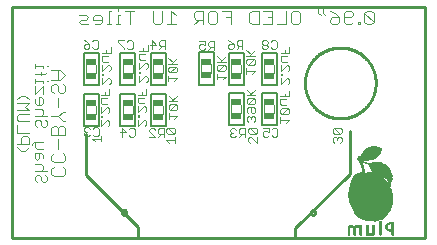
<source format=gbo>
G04 EAGLE Gerber RS-274X export*
G75*
%MOMM*%
%FSLAX34Y34*%
%LPD*%
%INSilkscreen Bottom*%
%IPPOS*%
%AMOC8*
5,1,8,0,0,1.08239X$1,22.5*%
G01*
%ADD10C,0.101600*%
%ADD11C,0.254000*%
%ADD12C,0.076200*%
%ADD13C,0.127000*%
%ADD14R,0.950000X0.500100*%
%ADD15C,0.254000*%

G36*
X307515Y13577D02*
X307515Y13577D01*
X307531Y13580D01*
X307547Y13578D01*
X307708Y13618D01*
X308141Y13806D01*
X308618Y13900D01*
X309157Y13972D01*
X309184Y13981D01*
X309221Y13985D01*
X311361Y14561D01*
X311379Y14570D01*
X311406Y14575D01*
X312436Y14960D01*
X312438Y14962D01*
X312442Y14963D01*
X312949Y15160D01*
X312972Y15175D01*
X313005Y15186D01*
X313959Y15700D01*
X313975Y15714D01*
X313999Y15725D01*
X314466Y16036D01*
X314478Y16048D01*
X314497Y16059D01*
X314938Y16404D01*
X314950Y16418D01*
X314970Y16431D01*
X315374Y16806D01*
X315795Y17160D01*
X315809Y17176D01*
X315831Y17192D01*
X316225Y17595D01*
X316230Y17603D01*
X316239Y17609D01*
X317375Y18863D01*
X317383Y18876D01*
X317397Y18889D01*
X318445Y20217D01*
X318450Y20228D01*
X318461Y20238D01*
X319439Y21619D01*
X319444Y21631D01*
X319455Y21643D01*
X320050Y22597D01*
X320054Y22608D01*
X320064Y22620D01*
X320609Y23605D01*
X320612Y23615D01*
X320619Y23625D01*
X321117Y24632D01*
X321119Y24640D01*
X321125Y24649D01*
X321355Y25161D01*
X321358Y25177D01*
X321369Y25196D01*
X321560Y25726D01*
X321561Y25731D01*
X321564Y25736D01*
X321743Y26270D01*
X321745Y26281D01*
X321751Y26293D01*
X322056Y27367D01*
X322058Y27402D01*
X322071Y27448D01*
X322131Y27980D01*
X322246Y28495D01*
X322246Y28506D01*
X322250Y28517D01*
X322444Y29628D01*
X322443Y29645D01*
X322449Y29665D01*
X322558Y30788D01*
X322558Y30796D01*
X322560Y30805D01*
X322595Y31368D01*
X322594Y31378D01*
X322596Y31390D01*
X322618Y32518D01*
X322616Y32525D01*
X322618Y32533D01*
X322604Y33662D01*
X322603Y33665D01*
X322604Y33669D01*
X322580Y34556D01*
X322574Y34797D01*
X322572Y34805D01*
X322573Y34815D01*
X322538Y35378D01*
X322532Y35400D01*
X322532Y35430D01*
X322442Y35959D01*
X322408Y36495D01*
X322399Y36527D01*
X322397Y36572D01*
X322281Y37088D01*
X322229Y37617D01*
X322220Y37647D01*
X322216Y37688D01*
X321957Y38741D01*
X321874Y39272D01*
X321864Y39299D01*
X321859Y39336D01*
X321546Y40405D01*
X321542Y40413D01*
X321541Y40423D01*
X321011Y42004D01*
X321003Y42017D01*
X320999Y42036D01*
X320476Y43300D01*
X320614Y43447D01*
X320638Y43485D01*
X320685Y43543D01*
X320960Y44027D01*
X320973Y44067D01*
X321003Y44128D01*
X321166Y44662D01*
X321169Y44699D01*
X321188Y44810D01*
X321185Y45373D01*
X321180Y45397D01*
X321181Y45429D01*
X321125Y45910D01*
X321212Y46356D01*
X321371Y46869D01*
X321375Y46912D01*
X321392Y46981D01*
X321418Y47361D01*
X321636Y47592D01*
X321655Y47622D01*
X321682Y47647D01*
X321718Y47722D01*
X321741Y47760D01*
X321744Y47778D01*
X321753Y47797D01*
X321904Y48327D01*
X321906Y48356D01*
X321918Y48394D01*
X321982Y48851D01*
X322016Y48867D01*
X322017Y48868D01*
X322083Y48941D01*
X322149Y49014D01*
X322149Y49015D01*
X322150Y49016D01*
X322152Y49022D01*
X322209Y49170D01*
X322317Y49707D01*
X322317Y49714D01*
X322320Y49720D01*
X322321Y49887D01*
X322229Y50443D01*
X322223Y50460D01*
X322222Y50481D01*
X322108Y50945D01*
X322144Y51317D01*
X322347Y51709D01*
X322368Y51785D01*
X322396Y51858D01*
X322395Y51882D01*
X322401Y51900D01*
X322395Y51945D01*
X322394Y52025D01*
X322297Y52579D01*
X322288Y52600D01*
X322285Y52628D01*
X322002Y53622D01*
X322048Y54056D01*
X322044Y54090D01*
X322050Y54124D01*
X322033Y54210D01*
X322029Y54254D01*
X322021Y54268D01*
X322017Y54287D01*
X321822Y54794D01*
X321802Y54827D01*
X321800Y54832D01*
X321796Y54846D01*
X321790Y54854D01*
X321780Y54879D01*
X321203Y55803D01*
X321049Y56168D01*
X321088Y56603D01*
X321085Y56630D01*
X321088Y56650D01*
X321078Y56692D01*
X321078Y56693D01*
X321072Y56783D01*
X321067Y56793D01*
X321066Y56801D01*
X321047Y56835D01*
X321000Y56934D01*
X320680Y57394D01*
X320663Y57410D01*
X320648Y57435D01*
X319946Y58248D01*
X319732Y58646D01*
X319552Y59130D01*
X319541Y59147D01*
X319537Y59166D01*
X319458Y59281D01*
X319447Y59299D01*
X319445Y59301D01*
X319443Y59304D01*
X319051Y59709D01*
X319037Y59718D01*
X319025Y59734D01*
X318605Y60111D01*
X318581Y60125D01*
X318554Y60151D01*
X318111Y60456D01*
X317709Y60791D01*
X317385Y61102D01*
X317197Y61522D01*
X317169Y61561D01*
X317150Y61605D01*
X317106Y61650D01*
X317082Y61684D01*
X317058Y61698D01*
X317033Y61724D01*
X316593Y62041D01*
X316555Y62058D01*
X316501Y62093D01*
X315984Y62320D01*
X315958Y62325D01*
X315927Y62341D01*
X315415Y62494D01*
X314920Y62703D01*
X314908Y62705D01*
X314894Y62713D01*
X314502Y62854D01*
X314259Y63160D01*
X314247Y63170D01*
X314236Y63187D01*
X313863Y63593D01*
X313843Y63608D01*
X313828Y63628D01*
X313733Y63687D01*
X313702Y63710D01*
X313695Y63711D01*
X313687Y63716D01*
X313177Y63928D01*
X313140Y63935D01*
X313089Y63955D01*
X312536Y64072D01*
X312519Y64072D01*
X312499Y64078D01*
X311379Y64226D01*
X311362Y64225D01*
X311340Y64230D01*
X310212Y64289D01*
X310203Y64287D01*
X310192Y64289D01*
X309062Y64303D01*
X309054Y64302D01*
X309044Y64303D01*
X308479Y64289D01*
X308466Y64286D01*
X308449Y64288D01*
X307992Y64249D01*
X307573Y64394D01*
X307530Y64400D01*
X307490Y64415D01*
X307419Y64415D01*
X307376Y64421D01*
X307354Y64415D01*
X307323Y64414D01*
X306770Y64318D01*
X306732Y64303D01*
X306672Y64290D01*
X306174Y64092D01*
X305664Y63945D01*
X305646Y63935D01*
X305620Y63929D01*
X305101Y63725D01*
X305087Y63716D01*
X305067Y63710D01*
X304572Y63471D01*
X303658Y63084D01*
X303553Y63039D01*
X303544Y63033D01*
X303532Y63030D01*
X303203Y62872D01*
X302333Y63116D01*
X301852Y63273D01*
X301358Y63471D01*
X301344Y63474D01*
X301329Y63482D01*
X300938Y63612D01*
X300864Y63621D01*
X300851Y63624D01*
X300775Y63680D01*
X300398Y63870D01*
X300355Y63881D01*
X300286Y63910D01*
X299800Y64023D01*
X298867Y64454D01*
X298848Y64459D01*
X298826Y64471D01*
X297842Y64824D01*
X297386Y65061D01*
X297359Y65068D01*
X297326Y65087D01*
X296822Y65269D01*
X296785Y65275D01*
X296675Y65299D01*
X296644Y65300D01*
X296432Y65500D01*
X296861Y65290D01*
X296890Y65282D01*
X296925Y65264D01*
X297460Y65088D01*
X297471Y65086D01*
X297484Y65081D01*
X298028Y64931D01*
X298044Y64930D01*
X298064Y64923D01*
X298617Y64813D01*
X298641Y64814D01*
X298671Y64806D01*
X299234Y64758D01*
X299255Y64760D01*
X299282Y64756D01*
X299845Y64763D01*
X299876Y64770D01*
X299908Y64768D01*
X299997Y64796D01*
X300040Y64805D01*
X300051Y64813D01*
X300067Y64818D01*
X300474Y65027D01*
X302062Y65143D01*
X302123Y65160D01*
X302186Y65168D01*
X302223Y65188D01*
X302253Y65197D01*
X302283Y65221D01*
X302332Y65247D01*
X302605Y65460D01*
X303014Y65539D01*
X304673Y65667D01*
X304691Y65672D01*
X304709Y65671D01*
X304852Y65718D01*
X304865Y65722D01*
X304866Y65722D01*
X304867Y65723D01*
X305310Y65956D01*
X305774Y66096D01*
X306299Y66186D01*
X306341Y66202D01*
X306385Y66209D01*
X306444Y66242D01*
X306484Y66258D01*
X306502Y66275D01*
X306530Y66291D01*
X306865Y66563D01*
X307291Y66643D01*
X307296Y66645D01*
X307302Y66645D01*
X307457Y66705D01*
X308402Y67272D01*
X308434Y67302D01*
X308508Y67358D01*
X308855Y67726D01*
X309264Y68035D01*
X309267Y68039D01*
X309271Y68041D01*
X309383Y68164D01*
X309613Y68521D01*
X309991Y68774D01*
X310006Y68789D01*
X310029Y68802D01*
X310454Y69149D01*
X310479Y69179D01*
X310553Y69259D01*
X310818Y69655D01*
X311150Y69958D01*
X311156Y69967D01*
X311162Y69971D01*
X311173Y69987D01*
X311194Y70004D01*
X311241Y70083D01*
X311267Y70119D01*
X311271Y70132D01*
X311279Y70147D01*
X311414Y70495D01*
X311749Y70750D01*
X311766Y70769D01*
X311788Y70782D01*
X311855Y70870D01*
X311880Y70899D01*
X311883Y70907D01*
X311889Y70914D01*
X312136Y71383D01*
X312437Y71816D01*
X312474Y71902D01*
X312513Y71986D01*
X312513Y71994D01*
X312515Y71999D01*
X312516Y72033D01*
X312523Y72152D01*
X312489Y72485D01*
X312711Y72777D01*
X312717Y72789D01*
X312726Y72799D01*
X312795Y72950D01*
X312921Y73421D01*
X313151Y73823D01*
X313453Y74274D01*
X313469Y74314D01*
X313505Y74375D01*
X313700Y74890D01*
X313710Y74956D01*
X313730Y75021D01*
X313726Y75054D01*
X313731Y75086D01*
X313715Y75152D01*
X313708Y75219D01*
X313691Y75252D01*
X313684Y75279D01*
X313660Y75312D01*
X313631Y75367D01*
X313319Y75782D01*
X313256Y75837D01*
X313197Y75897D01*
X313181Y75904D01*
X313170Y75913D01*
X313128Y75928D01*
X313045Y75965D01*
X312592Y76082D01*
X312234Y76316D01*
X312224Y76320D01*
X312216Y76327D01*
X312061Y76388D01*
X311563Y76490D01*
X311518Y76490D01*
X311440Y76500D01*
X311175Y76488D01*
X311049Y76692D01*
X311045Y76697D01*
X311042Y76704D01*
X310978Y76769D01*
X310914Y76837D01*
X310907Y76840D01*
X310902Y76845D01*
X310817Y76880D01*
X310732Y76918D01*
X310725Y76918D01*
X310718Y76921D01*
X310552Y76924D01*
X310104Y76859D01*
X309733Y76952D01*
X309344Y77135D01*
X309310Y77143D01*
X309280Y77159D01*
X309194Y77171D01*
X309151Y77182D01*
X309135Y77179D01*
X309115Y77182D01*
X308746Y77170D01*
X308505Y77372D01*
X308428Y77414D01*
X308353Y77459D01*
X308340Y77462D01*
X308330Y77467D01*
X308288Y77471D01*
X308189Y77489D01*
X307625Y77494D01*
X307613Y77492D01*
X307598Y77494D01*
X307034Y77469D01*
X307012Y77464D01*
X306982Y77464D01*
X306509Y77393D01*
X306046Y77481D01*
X306024Y77480D01*
X305996Y77487D01*
X305447Y77533D01*
X305403Y77528D01*
X305318Y77527D01*
X304764Y77428D01*
X304725Y77412D01*
X304663Y77398D01*
X304177Y77199D01*
X303725Y77069D01*
X303247Y77024D01*
X303215Y77015D01*
X303169Y77011D01*
X302638Y76874D01*
X302598Y76855D01*
X302513Y76824D01*
X302099Y76585D01*
X301633Y76468D01*
X301583Y76444D01*
X301530Y76430D01*
X301488Y76398D01*
X301454Y76382D01*
X301432Y76358D01*
X301396Y76331D01*
X301090Y76016D01*
X300691Y75884D01*
X300654Y75862D01*
X300590Y75837D01*
X300154Y75575D01*
X299680Y75411D01*
X299626Y75378D01*
X299567Y75354D01*
X299536Y75325D01*
X299509Y75309D01*
X299486Y75278D01*
X299446Y75240D01*
X299109Y74794D01*
X299105Y74786D01*
X299098Y74779D01*
X298477Y73891D01*
X298185Y73578D01*
X297768Y73383D01*
X297751Y73371D01*
X297731Y73364D01*
X297630Y73281D01*
X297608Y73265D01*
X297606Y73262D01*
X297603Y73259D01*
X297234Y72835D01*
X297224Y72817D01*
X297205Y72799D01*
X296598Y71955D01*
X296227Y71704D01*
X296201Y71678D01*
X296170Y71659D01*
X296119Y71594D01*
X296088Y71562D01*
X296081Y71545D01*
X296068Y71528D01*
X295800Y71033D01*
X295792Y71008D01*
X295785Y70997D01*
X295785Y70995D01*
X295774Y70978D01*
X295360Y69928D01*
X295356Y69901D01*
X295342Y69869D01*
X295139Y69083D01*
X294786Y69256D01*
X294743Y69267D01*
X294667Y69297D01*
X294130Y69407D01*
X294095Y69407D01*
X294061Y69416D01*
X293996Y69407D01*
X293931Y69407D01*
X293898Y69393D01*
X293864Y69388D01*
X293789Y69347D01*
X293748Y69330D01*
X293736Y69318D01*
X293718Y69308D01*
X293286Y68963D01*
X293277Y68953D01*
X293266Y68946D01*
X293162Y68817D01*
X292886Y68325D01*
X292876Y68295D01*
X292855Y68258D01*
X292655Y67730D01*
X292650Y67701D01*
X292635Y67664D01*
X292510Y67113D01*
X292510Y67079D01*
X292499Y67033D01*
X292465Y66470D01*
X292471Y66427D01*
X292476Y66332D01*
X292598Y65784D01*
X292610Y65758D01*
X292613Y65731D01*
X292650Y65668D01*
X292679Y65603D01*
X292700Y65583D01*
X292714Y65559D01*
X292795Y65495D01*
X292825Y65467D01*
X292834Y65464D01*
X292844Y65456D01*
X293299Y65205D01*
X293341Y65192D01*
X293427Y65156D01*
X293773Y65075D01*
X293906Y64875D01*
X293906Y64850D01*
X293899Y64810D01*
X293906Y64782D01*
X293906Y64743D01*
X293956Y64446D01*
X293970Y64408D01*
X293982Y64350D01*
X294183Y63824D01*
X294204Y63792D01*
X294223Y63743D01*
X294517Y63261D01*
X294526Y63251D01*
X294533Y63236D01*
X294827Y62812D01*
X295023Y62372D01*
X295316Y61320D01*
X295319Y61316D01*
X295319Y61310D01*
X295642Y60243D01*
X295899Y59159D01*
X295904Y59148D01*
X295906Y59134D01*
X296058Y58614D01*
X296164Y58082D01*
X296168Y58071D01*
X296169Y58058D01*
X296440Y56975D01*
X296790Y55235D01*
X296545Y55278D01*
X296517Y55277D01*
X296479Y55285D01*
X295915Y55308D01*
X295899Y55305D01*
X295879Y55308D01*
X295315Y55291D01*
X295295Y55286D01*
X295270Y55287D01*
X294710Y55219D01*
X294696Y55214D01*
X294678Y55214D01*
X294124Y55110D01*
X294101Y55101D01*
X294070Y55097D01*
X293007Y54773D01*
X292997Y54767D01*
X292983Y54765D01*
X292460Y54576D01*
X292432Y54559D01*
X292389Y54544D01*
X291403Y54003D01*
X291387Y53990D01*
X291363Y53979D01*
X290900Y53666D01*
X290882Y53648D01*
X290854Y53631D01*
X290426Y53262D01*
X290419Y53252D01*
X290407Y53244D01*
X289999Y52853D01*
X289994Y52844D01*
X289984Y52837D01*
X289594Y52428D01*
X289587Y52416D01*
X289574Y52406D01*
X289210Y51974D01*
X289201Y51959D01*
X289185Y51943D01*
X288858Y51484D01*
X288851Y51469D01*
X288837Y51453D01*
X288251Y50487D01*
X288245Y50472D01*
X288233Y50455D01*
X287720Y49449D01*
X287705Y49393D01*
X287677Y49352D01*
X287572Y49123D01*
X287567Y49100D01*
X287552Y49072D01*
X287384Y48565D01*
X287164Y48076D01*
X287161Y48060D01*
X287151Y48042D01*
X286959Y47516D01*
X286957Y47508D01*
X286952Y47498D01*
X286444Y45913D01*
X286443Y45905D01*
X286439Y45896D01*
X286137Y44829D01*
X286136Y44823D01*
X286133Y44816D01*
X285996Y44278D01*
X285996Y44266D01*
X285990Y44253D01*
X285885Y43723D01*
X285586Y42664D01*
X285585Y42647D01*
X285577Y42627D01*
X285246Y40983D01*
X285246Y40968D01*
X285240Y40950D01*
X285093Y39839D01*
X285094Y39823D01*
X285089Y39804D01*
X285056Y39274D01*
X284955Y38761D01*
X284956Y38729D01*
X284946Y38686D01*
X284922Y38123D01*
X284923Y38116D01*
X284922Y38107D01*
X284909Y36979D01*
X284910Y36970D01*
X284909Y36960D01*
X284952Y35329D01*
X284957Y35307D01*
X284956Y35279D01*
X285239Y33075D01*
X285246Y33054D01*
X285248Y33026D01*
X285367Y32511D01*
X285424Y31981D01*
X285434Y31949D01*
X285439Y31901D01*
X285728Y30860D01*
X285795Y30349D01*
X285807Y30315D01*
X285814Y30266D01*
X286307Y28687D01*
X286314Y28674D01*
X286318Y28656D01*
X286718Y27621D01*
X286721Y27616D01*
X286723Y27609D01*
X287157Y26574D01*
X287165Y26561D01*
X287171Y26543D01*
X287408Y26070D01*
X287615Y25574D01*
X287621Y25565D01*
X287625Y25552D01*
X287867Y25043D01*
X287869Y25040D01*
X287871Y25035D01*
X288372Y24026D01*
X288375Y24022D01*
X288376Y24017D01*
X289421Y22017D01*
X289426Y22010D01*
X289430Y22000D01*
X289981Y21037D01*
X289988Y21029D01*
X289993Y21016D01*
X290598Y20068D01*
X290612Y20053D01*
X290625Y20029D01*
X291318Y19139D01*
X291330Y19129D01*
X291341Y19112D01*
X291710Y18703D01*
X292049Y18287D01*
X292079Y18262D01*
X292116Y18219D01*
X292538Y17867D01*
X293352Y17108D01*
X293383Y17088D01*
X293422Y17053D01*
X294368Y16443D01*
X294376Y16440D01*
X294384Y16433D01*
X294869Y16145D01*
X294891Y16138D01*
X294914Y16121D01*
X295423Y15886D01*
X295434Y15883D01*
X295445Y15876D01*
X295924Y15682D01*
X296410Y15439D01*
X296424Y15435D01*
X296439Y15426D01*
X296943Y15213D01*
X296950Y15212D01*
X296957Y15208D01*
X298529Y14597D01*
X298538Y14596D01*
X298548Y14591D01*
X299081Y14407D01*
X299095Y14405D01*
X299111Y14398D01*
X300199Y14099D01*
X300212Y14098D01*
X300228Y14092D01*
X301327Y13860D01*
X301348Y13859D01*
X301374Y13852D01*
X301932Y13789D01*
X301959Y13792D01*
X301995Y13786D01*
X302559Y13793D01*
X302564Y13795D01*
X302570Y13794D01*
X304261Y13853D01*
X304271Y13855D01*
X304284Y13854D01*
X304829Y13899D01*
X305337Y13905D01*
X305859Y13835D01*
X305877Y13836D01*
X305900Y13831D01*
X306357Y13807D01*
X306722Y13624D01*
X306757Y13615D01*
X306787Y13597D01*
X306871Y13584D01*
X306914Y13572D01*
X306931Y13574D01*
X306952Y13571D01*
X307515Y13577D01*
G37*
G36*
X285753Y1728D02*
X285753Y1728D01*
X285795Y1727D01*
X285849Y1748D01*
X285906Y1760D01*
X285941Y1784D01*
X285980Y1799D01*
X286022Y1839D01*
X286070Y1872D01*
X286093Y1908D01*
X286123Y1937D01*
X286154Y2003D01*
X286177Y2040D01*
X286181Y2062D01*
X286193Y2088D01*
X286314Y2532D01*
X286317Y2577D01*
X286332Y2660D01*
X286360Y7177D01*
X286374Y7722D01*
X286412Y8177D01*
X286561Y8482D01*
X286821Y8667D01*
X287195Y8731D01*
X287645Y8686D01*
X288119Y8551D01*
X288600Y8356D01*
X288989Y8163D01*
X289114Y8003D01*
X289114Y2525D01*
X289133Y2434D01*
X289148Y2344D01*
X289153Y2337D01*
X289154Y2330D01*
X289175Y2300D01*
X289233Y2201D01*
X289493Y1896D01*
X289519Y1876D01*
X289538Y1849D01*
X289596Y1815D01*
X289650Y1773D01*
X289681Y1764D01*
X289709Y1748D01*
X289799Y1733D01*
X289842Y1721D01*
X289856Y1723D01*
X289873Y1720D01*
X290439Y1720D01*
X290446Y1721D01*
X290453Y1720D01*
X290616Y1753D01*
X291025Y1908D01*
X291041Y1918D01*
X291058Y1922D01*
X291124Y1970D01*
X291194Y2014D01*
X291204Y2029D01*
X291218Y2039D01*
X291260Y2110D01*
X291307Y2178D01*
X291311Y2195D01*
X291320Y2210D01*
X291345Y2362D01*
X291348Y2372D01*
X291347Y2373D01*
X291348Y2374D01*
X291350Y6889D01*
X291383Y7955D01*
X291483Y8342D01*
X291683Y8594D01*
X291989Y8718D01*
X292395Y8716D01*
X292852Y8604D01*
X293322Y8417D01*
X293785Y8178D01*
X294085Y7993D01*
X294163Y7722D01*
X294169Y6099D01*
X294134Y2713D01*
X294136Y2707D01*
X294135Y2702D01*
X294141Y2677D01*
X294140Y2634D01*
X294213Y2146D01*
X294237Y2079D01*
X294253Y2009D01*
X294271Y1986D01*
X294280Y1959D01*
X294329Y1907D01*
X294371Y1849D01*
X294396Y1834D01*
X294416Y1813D01*
X294481Y1784D01*
X294542Y1748D01*
X294574Y1742D01*
X294597Y1732D01*
X294640Y1731D01*
X294706Y1720D01*
X295837Y1720D01*
X295933Y1740D01*
X296028Y1758D01*
X296030Y1759D01*
X296032Y1760D01*
X296113Y1815D01*
X296193Y1869D01*
X296194Y1871D01*
X296196Y1872D01*
X296249Y1956D01*
X296301Y2036D01*
X296302Y2038D01*
X296303Y2040D01*
X296305Y2055D01*
X296336Y2199D01*
X296358Y2742D01*
X296356Y2751D01*
X296358Y2762D01*
X296364Y10104D01*
X296347Y10185D01*
X296336Y10267D01*
X296328Y10282D01*
X296324Y10299D01*
X296277Y10367D01*
X296235Y10438D01*
X296222Y10448D01*
X296212Y10463D01*
X296142Y10507D01*
X296076Y10557D01*
X296057Y10562D01*
X296044Y10570D01*
X296000Y10577D01*
X295915Y10601D01*
X295403Y10653D01*
X295380Y10651D01*
X295352Y10656D01*
X294787Y10656D01*
X294770Y10653D01*
X294753Y10655D01*
X294673Y10633D01*
X294592Y10616D01*
X294578Y10607D01*
X294561Y10602D01*
X294496Y10551D01*
X294428Y10504D01*
X294419Y10490D01*
X294405Y10479D01*
X294322Y10339D01*
X294321Y10336D01*
X294229Y10097D01*
X293744Y10342D01*
X293731Y10346D01*
X293715Y10356D01*
X293196Y10578D01*
X293175Y10582D01*
X293150Y10595D01*
X292612Y10765D01*
X292567Y10770D01*
X292485Y10788D01*
X291541Y10834D01*
X291498Y10827D01*
X291405Y10821D01*
X290855Y10695D01*
X290817Y10677D01*
X290812Y10675D01*
X290771Y10667D01*
X290752Y10653D01*
X290722Y10643D01*
X290231Y10365D01*
X290197Y10336D01*
X290129Y10288D01*
X289786Y9954D01*
X289691Y9910D01*
X288911Y10318D01*
X288891Y10324D01*
X288868Y10338D01*
X288346Y10552D01*
X288327Y10555D01*
X288305Y10566D01*
X287765Y10734D01*
X287734Y10737D01*
X287694Y10751D01*
X287136Y10838D01*
X287099Y10836D01*
X287044Y10844D01*
X286481Y10826D01*
X286440Y10817D01*
X286376Y10812D01*
X285829Y10676D01*
X285788Y10657D01*
X285713Y10631D01*
X285216Y10364D01*
X285184Y10337D01*
X285101Y10279D01*
X284701Y9883D01*
X284677Y9847D01*
X284616Y9770D01*
X284343Y9278D01*
X284332Y9243D01*
X284290Y9136D01*
X284178Y8585D01*
X284178Y8548D01*
X284168Y8494D01*
X284137Y6799D01*
X284138Y6796D01*
X284137Y6791D01*
X284131Y2270D01*
X284148Y2187D01*
X284160Y2103D01*
X284168Y2090D01*
X284171Y2075D01*
X284218Y2005D01*
X284262Y1933D01*
X284274Y1923D01*
X284283Y1911D01*
X284354Y1865D01*
X284422Y1815D01*
X284439Y1811D01*
X284450Y1803D01*
X284494Y1796D01*
X284583Y1772D01*
X285098Y1722D01*
X285119Y1725D01*
X285146Y1720D01*
X285711Y1720D01*
X285753Y1728D01*
G37*
G36*
X322638Y1723D02*
X322638Y1723D01*
X322653Y1721D01*
X322815Y1758D01*
X323214Y1924D01*
X323223Y1930D01*
X323233Y1932D01*
X323305Y1986D01*
X323379Y2036D01*
X323385Y2044D01*
X323393Y2051D01*
X323439Y2128D01*
X323487Y2202D01*
X323489Y2213D01*
X323494Y2222D01*
X323522Y2386D01*
X323516Y8033D01*
X323516Y8036D01*
X323516Y8039D01*
X323487Y8203D01*
X323397Y8451D01*
X323424Y8489D01*
X323453Y8554D01*
X323489Y8615D01*
X323494Y8647D01*
X323505Y8671D01*
X323505Y8713D01*
X323516Y8779D01*
X323516Y12742D01*
X323514Y12756D01*
X323516Y12770D01*
X323494Y12853D01*
X323477Y12937D01*
X323469Y12949D01*
X323465Y12963D01*
X323413Y13030D01*
X323364Y13101D01*
X323352Y13109D01*
X323343Y13120D01*
X323269Y13162D01*
X323197Y13208D01*
X323183Y13210D01*
X323170Y13217D01*
X323005Y13241D01*
X320742Y13187D01*
X320733Y13185D01*
X320722Y13186D01*
X320157Y13150D01*
X320146Y13147D01*
X320132Y13148D01*
X319570Y13084D01*
X319550Y13078D01*
X319523Y13077D01*
X318969Y12960D01*
X318946Y12949D01*
X318913Y12944D01*
X318376Y12763D01*
X318355Y12750D01*
X318323Y12741D01*
X317812Y12500D01*
X317784Y12479D01*
X317741Y12459D01*
X317276Y12138D01*
X317251Y12111D01*
X317209Y12082D01*
X316807Y11684D01*
X316785Y11651D01*
X316744Y11608D01*
X316428Y11140D01*
X316413Y11104D01*
X316383Y11056D01*
X316162Y10535D01*
X316155Y10500D01*
X316135Y10455D01*
X316006Y9904D01*
X316005Y9870D01*
X315994Y9824D01*
X315955Y9260D01*
X315958Y9234D01*
X315954Y9201D01*
X315982Y8636D01*
X316000Y8567D01*
X316009Y8497D01*
X316021Y8477D01*
X316020Y8472D01*
X316022Y8449D01*
X316019Y8431D01*
X316030Y8388D01*
X316040Y8306D01*
X316200Y7766D01*
X316217Y7732D01*
X316234Y7680D01*
X316491Y7177D01*
X316511Y7152D01*
X316531Y7112D01*
X316862Y6654D01*
X316888Y6631D01*
X316915Y6592D01*
X317317Y6195D01*
X317347Y6176D01*
X317383Y6140D01*
X317847Y5818D01*
X317877Y5805D01*
X317914Y5779D01*
X318421Y5532D01*
X318449Y5525D01*
X318482Y5508D01*
X319018Y5329D01*
X319041Y5326D01*
X319069Y5315D01*
X319621Y5194D01*
X319638Y5194D01*
X319659Y5187D01*
X320219Y5110D01*
X320234Y5111D01*
X320253Y5106D01*
X321209Y5040D01*
X321213Y5036D01*
X321206Y2433D01*
X321221Y2361D01*
X321227Y2288D01*
X321240Y2264D01*
X321245Y2238D01*
X321287Y2178D01*
X321321Y2113D01*
X321344Y2093D01*
X321357Y2074D01*
X321394Y2051D01*
X321448Y2004D01*
X321800Y1792D01*
X321849Y1774D01*
X321894Y1748D01*
X321951Y1738D01*
X321988Y1725D01*
X322018Y1727D01*
X322058Y1720D01*
X322623Y1720D01*
X322638Y1723D01*
G37*
G36*
X304888Y1526D02*
X304888Y1526D01*
X304929Y1535D01*
X304992Y1538D01*
X305543Y1659D01*
X305584Y1677D01*
X305662Y1702D01*
X306164Y1957D01*
X306199Y1985D01*
X306272Y2032D01*
X306690Y2411D01*
X306715Y2444D01*
X306781Y2521D01*
X307074Y3002D01*
X307089Y3042D01*
X307131Y3134D01*
X307274Y3678D01*
X307276Y3717D01*
X307289Y3771D01*
X307329Y4335D01*
X307327Y4346D01*
X307330Y4360D01*
X307349Y5491D01*
X307349Y5494D01*
X307349Y5499D01*
X307355Y10020D01*
X307355Y10021D01*
X307355Y10157D01*
X307353Y10165D01*
X307355Y10173D01*
X307334Y10262D01*
X307315Y10352D01*
X307310Y10359D01*
X307309Y10367D01*
X307255Y10440D01*
X307203Y10516D01*
X307196Y10520D01*
X307191Y10527D01*
X307112Y10573D01*
X307035Y10623D01*
X307027Y10624D01*
X307020Y10628D01*
X306856Y10656D01*
X305725Y10656D01*
X305681Y10647D01*
X305636Y10648D01*
X305585Y10627D01*
X305530Y10616D01*
X305493Y10591D01*
X305451Y10574D01*
X305412Y10535D01*
X305366Y10504D01*
X305342Y10466D01*
X305310Y10434D01*
X305282Y10372D01*
X305259Y10336D01*
X305255Y10312D01*
X305242Y10282D01*
X305127Y9838D01*
X305124Y9794D01*
X305111Y9703D01*
X305143Y8014D01*
X305138Y6331D01*
X305087Y4663D01*
X305034Y4188D01*
X304904Y3856D01*
X304673Y3676D01*
X304308Y3615D01*
X303859Y3658D01*
X303385Y3794D01*
X302900Y3990D01*
X302420Y4219D01*
X302110Y4397D01*
X302036Y4609D01*
X302074Y9044D01*
X302073Y9049D01*
X302074Y9055D01*
X302058Y10164D01*
X302057Y10169D01*
X302058Y10173D01*
X302036Y10266D01*
X302016Y10358D01*
X302013Y10362D01*
X302012Y10367D01*
X301956Y10443D01*
X301901Y10521D01*
X301897Y10523D01*
X301894Y10527D01*
X301812Y10575D01*
X301732Y10625D01*
X301727Y10626D01*
X301723Y10628D01*
X301559Y10656D01*
X300428Y10656D01*
X300349Y10640D01*
X300268Y10630D01*
X300252Y10620D01*
X300234Y10616D01*
X300167Y10571D01*
X300096Y10530D01*
X300085Y10515D01*
X300070Y10504D01*
X300026Y10436D01*
X299977Y10371D01*
X299972Y10350D01*
X299963Y10336D01*
X299955Y10292D01*
X299932Y10210D01*
X299877Y9700D01*
X299879Y9677D01*
X299874Y9647D01*
X299874Y2299D01*
X299888Y2233D01*
X299892Y2166D01*
X299907Y2137D01*
X299914Y2104D01*
X299952Y2049D01*
X299982Y1989D01*
X300008Y1968D01*
X300026Y1941D01*
X300083Y1904D01*
X300135Y1861D01*
X300170Y1849D01*
X300194Y1834D01*
X300234Y1827D01*
X300292Y1807D01*
X300777Y1727D01*
X300812Y1728D01*
X300858Y1720D01*
X301424Y1720D01*
X301460Y1727D01*
X301496Y1725D01*
X301556Y1747D01*
X301619Y1760D01*
X301649Y1780D01*
X301683Y1793D01*
X301730Y1836D01*
X301782Y1872D01*
X301802Y1903D01*
X301829Y1928D01*
X301865Y2002D01*
X301889Y2040D01*
X301892Y2057D01*
X301902Y2077D01*
X301969Y2303D01*
X301973Y2301D01*
X302478Y2048D01*
X302494Y2043D01*
X302511Y2032D01*
X303034Y1817D01*
X303053Y1814D01*
X303075Y1802D01*
X303615Y1634D01*
X303645Y1631D01*
X303685Y1618D01*
X304242Y1529D01*
X304277Y1530D01*
X304324Y1523D01*
X304888Y1526D01*
G37*
%LPC*%
G36*
X299362Y54846D02*
X299362Y54846D01*
X299331Y54993D01*
X298979Y57203D01*
X298966Y57239D01*
X298956Y57292D01*
X298784Y57778D01*
X298681Y58296D01*
X298669Y58325D01*
X298661Y58366D01*
X298482Y58869D01*
X298226Y59889D01*
X298127Y60422D01*
X298122Y60434D01*
X298121Y60449D01*
X297990Y60992D01*
X297984Y61005D01*
X297982Y61022D01*
X297486Y62633D01*
X297479Y62645D01*
X297475Y62663D01*
X297139Y63548D01*
X298284Y63151D01*
X298572Y63051D01*
X299574Y62599D01*
X299595Y62595D01*
X299620Y62582D01*
X300026Y62444D01*
X300103Y62434D01*
X300122Y62430D01*
X300206Y62372D01*
X300589Y62191D01*
X300599Y62189D01*
X300611Y62182D01*
X301111Y61976D01*
X302030Y61517D01*
X302312Y61230D01*
X302512Y60836D01*
X302666Y60338D01*
X302677Y60319D01*
X302683Y60292D01*
X302902Y59772D01*
X302908Y59763D01*
X302911Y59752D01*
X303395Y58731D01*
X303407Y58714D01*
X303417Y58689D01*
X303994Y57720D01*
X304006Y57707D01*
X304016Y57687D01*
X304342Y57226D01*
X304349Y57219D01*
X304355Y57208D01*
X304702Y56762D01*
X304713Y56753D01*
X304722Y56739D01*
X305469Y55891D01*
X305477Y55885D01*
X305484Y55875D01*
X305876Y55468D01*
X305886Y55462D01*
X305895Y55450D01*
X305989Y55362D01*
X305009Y55599D01*
X305005Y55599D01*
X305001Y55601D01*
X304450Y55723D01*
X304436Y55724D01*
X304418Y55730D01*
X303860Y55816D01*
X303846Y55816D01*
X303829Y55820D01*
X303267Y55872D01*
X303255Y55871D01*
X303241Y55873D01*
X302676Y55896D01*
X302661Y55893D01*
X302641Y55896D01*
X302077Y55879D01*
X302038Y55869D01*
X301978Y55866D01*
X301431Y55737D01*
X301404Y55725D01*
X301366Y55717D01*
X300847Y55518D01*
X300827Y55505D01*
X300798Y55496D01*
X299822Y54996D01*
X299408Y54845D01*
X299362Y54846D01*
G37*
%LPD*%
G36*
X312342Y1733D02*
X312342Y1733D01*
X312406Y1737D01*
X312443Y1754D01*
X312473Y1760D01*
X312506Y1782D01*
X312558Y1806D01*
X312895Y2033D01*
X312937Y2076D01*
X312986Y2112D01*
X313006Y2146D01*
X313035Y2175D01*
X313057Y2231D01*
X313087Y2283D01*
X313095Y2329D01*
X313107Y2360D01*
X313107Y2396D01*
X313115Y2447D01*
X313115Y13751D01*
X313113Y13759D01*
X313115Y13767D01*
X313094Y13856D01*
X313075Y13946D01*
X313071Y13953D01*
X313069Y13961D01*
X313015Y14034D01*
X312963Y14110D01*
X312956Y14114D01*
X312951Y14121D01*
X312873Y14167D01*
X312795Y14217D01*
X312787Y14218D01*
X312780Y14222D01*
X312616Y14250D01*
X311441Y14250D01*
X311351Y14232D01*
X311260Y14216D01*
X311254Y14212D01*
X311247Y14210D01*
X311170Y14158D01*
X311093Y14108D01*
X311089Y14102D01*
X311083Y14098D01*
X311033Y14020D01*
X310981Y13943D01*
X310979Y13936D01*
X310976Y13930D01*
X310970Y13895D01*
X310943Y13781D01*
X310910Y13249D01*
X310912Y13235D01*
X310909Y13218D01*
X310909Y2480D01*
X310916Y2449D01*
X310913Y2416D01*
X310935Y2352D01*
X310949Y2285D01*
X310967Y2259D01*
X310977Y2228D01*
X311036Y2158D01*
X311062Y2121D01*
X311073Y2114D01*
X311084Y2101D01*
X311389Y1840D01*
X311470Y1795D01*
X311549Y1748D01*
X311557Y1746D01*
X311562Y1743D01*
X311597Y1740D01*
X311713Y1720D01*
X312278Y1720D01*
X312342Y1733D01*
G37*
%LPC*%
G36*
X320833Y7049D02*
X320833Y7049D01*
X320309Y7115D01*
X319813Y7219D01*
X319369Y7385D01*
X318983Y7632D01*
X318660Y7952D01*
X318390Y8380D01*
X318363Y8409D01*
X318329Y8458D01*
X318326Y8462D01*
X318331Y8521D01*
X318342Y8561D01*
X318337Y8588D01*
X318341Y8624D01*
X318298Y9147D01*
X318337Y9611D01*
X318473Y10025D01*
X318715Y10386D01*
X319051Y10689D01*
X319448Y10922D01*
X319899Y11067D01*
X320395Y11151D01*
X321207Y11201D01*
X321242Y10240D01*
X321256Y8550D01*
X321266Y8501D01*
X321266Y8492D01*
X321256Y8434D01*
X321244Y7028D01*
X321236Y7024D01*
X320833Y7049D01*
G37*
%LPD*%
%LPC*%
G36*
X318732Y46412D02*
X318732Y46412D01*
X318729Y46415D01*
X318726Y46420D01*
X318403Y46882D01*
X318398Y46887D01*
X318394Y46894D01*
X317718Y47798D01*
X317704Y47811D01*
X317690Y47832D01*
X316938Y48673D01*
X316930Y48679D01*
X316923Y48690D01*
X316133Y49494D01*
X316120Y49502D01*
X316112Y49514D01*
X316039Y49558D01*
X316017Y49572D01*
X315790Y49832D01*
X315773Y49845D01*
X315757Y49866D01*
X315347Y50255D01*
X315335Y50262D01*
X315324Y50275D01*
X315224Y50359D01*
X315256Y50345D01*
X315708Y50095D01*
X316174Y49803D01*
X316185Y49799D01*
X316197Y49789D01*
X317164Y49252D01*
X317612Y48947D01*
X317647Y48933D01*
X317691Y48904D01*
X317887Y48817D01*
X317918Y48677D01*
X318551Y47126D01*
X318728Y46620D01*
X318829Y46267D01*
X318732Y46412D01*
G37*
%LPD*%
D10*
X306306Y182522D02*
X306306Y190318D01*
X304357Y192267D01*
X300459Y192267D01*
X298510Y190318D01*
X298510Y182522D01*
X300459Y180573D01*
X304357Y180573D01*
X306306Y182522D01*
X298510Y190318D01*
X294612Y182522D02*
X294612Y180573D01*
X294612Y182522D02*
X292663Y182522D01*
X292663Y180573D01*
X294612Y180573D01*
X288765Y182522D02*
X286816Y180573D01*
X282918Y180573D01*
X280969Y182522D01*
X280969Y190318D01*
X282918Y192267D01*
X286816Y192267D01*
X288765Y190318D01*
X288765Y188369D01*
X286816Y186420D01*
X280969Y186420D01*
X273173Y190318D02*
X269275Y192267D01*
X273173Y190318D02*
X277071Y186420D01*
X277071Y182522D01*
X275122Y180573D01*
X271224Y180573D01*
X269275Y182522D01*
X269275Y184471D01*
X271224Y186420D01*
X277071Y186420D01*
X263428Y190318D02*
X263428Y194216D01*
X263428Y190318D02*
X265377Y188369D01*
X259530Y190318D02*
X259530Y194216D01*
X259530Y190318D02*
X261479Y188369D01*
X241989Y192267D02*
X238091Y192267D01*
X241989Y192267D02*
X243938Y190318D01*
X243938Y182522D01*
X241989Y180573D01*
X238091Y180573D01*
X236142Y182522D01*
X236142Y190318D01*
X238091Y192267D01*
X232244Y192267D02*
X232244Y180573D01*
X224448Y180573D01*
X220550Y192267D02*
X212754Y192267D01*
X220550Y192267D02*
X220550Y180573D01*
X212754Y180573D01*
X216652Y186420D02*
X220550Y186420D01*
X208856Y192267D02*
X208856Y180573D01*
X203009Y180573D01*
X201060Y182522D01*
X201060Y190318D01*
X203009Y192267D01*
X208856Y192267D01*
X185468Y192267D02*
X185468Y180573D01*
X185468Y192267D02*
X177672Y192267D01*
X181570Y186420D02*
X185468Y186420D01*
X171825Y192267D02*
X167927Y192267D01*
X171825Y192267D02*
X173774Y190318D01*
X173774Y182522D01*
X171825Y180573D01*
X167927Y180573D01*
X165978Y182522D01*
X165978Y190318D01*
X167927Y192267D01*
X162080Y192267D02*
X162080Y180573D01*
X162080Y192267D02*
X156233Y192267D01*
X154284Y190318D01*
X154284Y186420D01*
X156233Y184471D01*
X162080Y184471D01*
X158182Y184471D02*
X154284Y180573D01*
X138692Y188369D02*
X134794Y192267D01*
X134794Y180573D01*
X138692Y180573D02*
X130896Y180573D01*
X126998Y182522D02*
X126998Y192267D01*
X126998Y182522D02*
X125049Y180573D01*
X121151Y180573D01*
X119202Y182522D01*
X119202Y192267D01*
X99712Y192267D02*
X99712Y180573D01*
X103610Y192267D02*
X95814Y192267D01*
X91916Y188369D02*
X89967Y188369D01*
X89967Y180573D01*
X91916Y180573D02*
X88018Y180573D01*
X89967Y192267D02*
X89967Y194216D01*
X84120Y192267D02*
X82171Y192267D01*
X82171Y180573D01*
X84120Y180573D02*
X80222Y180573D01*
X74375Y180573D02*
X70477Y180573D01*
X74375Y180573D02*
X76324Y182522D01*
X76324Y186420D01*
X74375Y188369D01*
X70477Y188369D01*
X68528Y186420D01*
X68528Y184471D01*
X76324Y184471D01*
X64630Y180573D02*
X58783Y180573D01*
X56834Y182522D01*
X58783Y184471D01*
X62681Y184471D01*
X64630Y186420D01*
X62681Y188369D01*
X56834Y188369D01*
D11*
X248000Y131000D02*
X248009Y131736D01*
X248036Y132472D01*
X248081Y133207D01*
X248144Y133941D01*
X248226Y134672D01*
X248325Y135402D01*
X248442Y136129D01*
X248576Y136853D01*
X248729Y137573D01*
X248899Y138289D01*
X249087Y139001D01*
X249292Y139709D01*
X249514Y140410D01*
X249754Y141107D01*
X250010Y141797D01*
X250284Y142481D01*
X250574Y143157D01*
X250880Y143827D01*
X251203Y144488D01*
X251542Y145142D01*
X251897Y145787D01*
X252268Y146423D01*
X252654Y147050D01*
X253056Y147667D01*
X253472Y148274D01*
X253904Y148871D01*
X254350Y149457D01*
X254810Y150032D01*
X255284Y150595D01*
X255771Y151147D01*
X256273Y151686D01*
X256787Y152213D01*
X257314Y152727D01*
X257853Y153229D01*
X258405Y153716D01*
X258968Y154190D01*
X259543Y154650D01*
X260129Y155096D01*
X260726Y155528D01*
X261333Y155944D01*
X261950Y156346D01*
X262577Y156732D01*
X263213Y157103D01*
X263858Y157458D01*
X264512Y157797D01*
X265173Y158120D01*
X265843Y158426D01*
X266519Y158716D01*
X267203Y158990D01*
X267893Y159246D01*
X268590Y159486D01*
X269291Y159708D01*
X269999Y159913D01*
X270711Y160101D01*
X271427Y160271D01*
X272147Y160424D01*
X272871Y160558D01*
X273598Y160675D01*
X274328Y160774D01*
X275059Y160856D01*
X275793Y160919D01*
X276528Y160964D01*
X277264Y160991D01*
X278000Y161000D01*
X278736Y160991D01*
X279472Y160964D01*
X280207Y160919D01*
X280941Y160856D01*
X281672Y160774D01*
X282402Y160675D01*
X283129Y160558D01*
X283853Y160424D01*
X284573Y160271D01*
X285289Y160101D01*
X286001Y159913D01*
X286709Y159708D01*
X287410Y159486D01*
X288107Y159246D01*
X288797Y158990D01*
X289481Y158716D01*
X290157Y158426D01*
X290827Y158120D01*
X291488Y157797D01*
X292142Y157458D01*
X292787Y157103D01*
X293423Y156732D01*
X294050Y156346D01*
X294667Y155944D01*
X295274Y155528D01*
X295871Y155096D01*
X296457Y154650D01*
X297032Y154190D01*
X297595Y153716D01*
X298147Y153229D01*
X298686Y152727D01*
X299213Y152213D01*
X299727Y151686D01*
X300229Y151147D01*
X300716Y150595D01*
X301190Y150032D01*
X301650Y149457D01*
X302096Y148871D01*
X302528Y148274D01*
X302944Y147667D01*
X303346Y147050D01*
X303732Y146423D01*
X304103Y145787D01*
X304458Y145142D01*
X304797Y144488D01*
X305120Y143827D01*
X305426Y143157D01*
X305716Y142481D01*
X305990Y141797D01*
X306246Y141107D01*
X306486Y140410D01*
X306708Y139709D01*
X306913Y139001D01*
X307101Y138289D01*
X307271Y137573D01*
X307424Y136853D01*
X307558Y136129D01*
X307675Y135402D01*
X307774Y134672D01*
X307856Y133941D01*
X307919Y133207D01*
X307964Y132472D01*
X307991Y131736D01*
X308000Y131000D01*
X307991Y130264D01*
X307964Y129528D01*
X307919Y128793D01*
X307856Y128059D01*
X307774Y127328D01*
X307675Y126598D01*
X307558Y125871D01*
X307424Y125147D01*
X307271Y124427D01*
X307101Y123711D01*
X306913Y122999D01*
X306708Y122291D01*
X306486Y121590D01*
X306246Y120893D01*
X305990Y120203D01*
X305716Y119519D01*
X305426Y118843D01*
X305120Y118173D01*
X304797Y117512D01*
X304458Y116858D01*
X304103Y116213D01*
X303732Y115577D01*
X303346Y114950D01*
X302944Y114333D01*
X302528Y113726D01*
X302096Y113129D01*
X301650Y112543D01*
X301190Y111968D01*
X300716Y111405D01*
X300229Y110853D01*
X299727Y110314D01*
X299213Y109787D01*
X298686Y109273D01*
X298147Y108771D01*
X297595Y108284D01*
X297032Y107810D01*
X296457Y107350D01*
X295871Y106904D01*
X295274Y106472D01*
X294667Y106056D01*
X294050Y105654D01*
X293423Y105268D01*
X292787Y104897D01*
X292142Y104542D01*
X291488Y104203D01*
X290827Y103880D01*
X290157Y103574D01*
X289481Y103284D01*
X288797Y103010D01*
X288107Y102754D01*
X287410Y102514D01*
X286709Y102292D01*
X286001Y102087D01*
X285289Y101899D01*
X284573Y101729D01*
X283853Y101576D01*
X283129Y101442D01*
X282402Y101325D01*
X281672Y101226D01*
X280941Y101144D01*
X280207Y101081D01*
X279472Y101036D01*
X278736Y101009D01*
X278000Y101000D01*
X277264Y101009D01*
X276528Y101036D01*
X275793Y101081D01*
X275059Y101144D01*
X274328Y101226D01*
X273598Y101325D01*
X272871Y101442D01*
X272147Y101576D01*
X271427Y101729D01*
X270711Y101899D01*
X269999Y102087D01*
X269291Y102292D01*
X268590Y102514D01*
X267893Y102754D01*
X267203Y103010D01*
X266519Y103284D01*
X265843Y103574D01*
X265173Y103880D01*
X264512Y104203D01*
X263858Y104542D01*
X263213Y104897D01*
X262577Y105268D01*
X261950Y105654D01*
X261333Y106056D01*
X260726Y106472D01*
X260129Y106904D01*
X259543Y107350D01*
X258968Y107810D01*
X258405Y108284D01*
X257853Y108771D01*
X257314Y109273D01*
X256787Y109787D01*
X256273Y110314D01*
X255771Y110853D01*
X255284Y111405D01*
X254810Y111968D01*
X254350Y112543D01*
X253904Y113129D01*
X253472Y113726D01*
X253056Y114333D01*
X252654Y114950D01*
X252268Y115577D01*
X251897Y116213D01*
X251542Y116858D01*
X251203Y117512D01*
X250880Y118173D01*
X250574Y118843D01*
X250284Y119519D01*
X250010Y120203D01*
X249754Y120893D01*
X249514Y121590D01*
X249292Y122291D01*
X249087Y122999D01*
X248899Y123711D01*
X248729Y124427D01*
X248576Y125147D01*
X248442Y125871D01*
X248325Y126598D01*
X248226Y127328D01*
X248144Y128059D01*
X248081Y128793D01*
X248036Y129528D01*
X248009Y130264D01*
X248000Y131000D01*
D10*
X44976Y57848D02*
X43027Y59797D01*
X44976Y57848D02*
X44976Y53950D01*
X43027Y52002D01*
X35231Y52002D01*
X33282Y53950D01*
X33282Y57848D01*
X35231Y59797D01*
X44976Y69542D02*
X43027Y71491D01*
X44976Y69542D02*
X44976Y65644D01*
X43027Y63695D01*
X35231Y63695D01*
X33282Y65644D01*
X33282Y69542D01*
X35231Y71491D01*
X39129Y75389D02*
X39129Y83185D01*
X33282Y87083D02*
X44976Y87083D01*
X44976Y92930D01*
X43027Y94879D01*
X41078Y94879D01*
X39129Y92930D01*
X37180Y94879D01*
X35231Y94879D01*
X33282Y92930D01*
X33282Y87083D01*
X39129Y87083D02*
X39129Y92930D01*
X43027Y98777D02*
X44976Y98777D01*
X43027Y98777D02*
X39129Y102675D01*
X43027Y106573D01*
X44976Y106573D01*
X39129Y102675D02*
X33282Y102675D01*
X39129Y110471D02*
X39129Y118267D01*
X44976Y128012D02*
X43027Y129961D01*
X44976Y128012D02*
X44976Y124114D01*
X43027Y122165D01*
X41078Y122165D01*
X39129Y124114D01*
X39129Y128012D01*
X37180Y129961D01*
X35231Y129961D01*
X33282Y128012D01*
X33282Y124114D01*
X35231Y122165D01*
X33282Y133859D02*
X41078Y133859D01*
X44976Y137757D01*
X41078Y141655D01*
X33282Y141655D01*
X39129Y141655D02*
X39129Y133859D01*
D11*
X286100Y89900D02*
X286100Y56900D01*
X63000Y60000D02*
X63000Y88000D01*
X240000Y8000D02*
X286000Y54000D01*
X240000Y8000D02*
X240000Y1000D01*
X286000Y54000D02*
X286000Y58000D01*
X63000Y59000D02*
X63000Y53000D01*
X107000Y9000D01*
X107000Y0D01*
D12*
X29327Y51630D02*
X27759Y53198D01*
X29327Y51630D02*
X29327Y48495D01*
X27759Y46927D01*
X26192Y46927D01*
X24624Y48495D01*
X24624Y51630D01*
X23056Y53198D01*
X21489Y53198D01*
X19921Y51630D01*
X19921Y48495D01*
X21489Y46927D01*
X19921Y56283D02*
X29327Y56283D01*
X26192Y57850D02*
X24624Y56283D01*
X26192Y57850D02*
X26192Y60986D01*
X24624Y62553D01*
X19921Y62553D01*
X26192Y67205D02*
X26192Y70341D01*
X24624Y71909D01*
X19921Y71909D01*
X19921Y67205D01*
X21489Y65638D01*
X23056Y67205D01*
X23056Y71909D01*
X21489Y74993D02*
X26192Y74993D01*
X21489Y74993D02*
X19921Y76561D01*
X19921Y81264D01*
X18353Y81264D02*
X26192Y81264D01*
X18353Y81264D02*
X16786Y79696D01*
X16786Y78128D01*
X29327Y98406D02*
X27759Y99974D01*
X29327Y98406D02*
X29327Y95271D01*
X27759Y93703D01*
X26192Y93703D01*
X24624Y95271D01*
X24624Y98406D01*
X23056Y99974D01*
X21489Y99974D01*
X19921Y98406D01*
X19921Y95271D01*
X21489Y93703D01*
X19921Y103059D02*
X29327Y103059D01*
X26192Y104626D02*
X24624Y103059D01*
X26192Y104626D02*
X26192Y107762D01*
X24624Y109329D01*
X19921Y109329D01*
X19921Y113981D02*
X19921Y117117D01*
X19921Y113981D02*
X21489Y112414D01*
X24624Y112414D01*
X26192Y113981D01*
X26192Y117117D01*
X24624Y118684D01*
X23056Y118684D01*
X23056Y112414D01*
X26192Y121769D02*
X26192Y128040D01*
X19921Y121769D01*
X19921Y128040D01*
X26192Y131124D02*
X26192Y132692D01*
X19921Y132692D01*
X19921Y134259D02*
X19921Y131124D01*
X29327Y132692D02*
X30895Y132692D01*
X27759Y138929D02*
X19921Y138929D01*
X27759Y138929D02*
X29327Y140496D01*
X24624Y140496D02*
X24624Y137361D01*
X26192Y143598D02*
X26192Y145165D01*
X19921Y145165D01*
X19921Y143598D02*
X19921Y146733D01*
X29327Y145165D02*
X30895Y145165D01*
X4681Y76569D02*
X7816Y73434D01*
X10952Y73434D01*
X14087Y76569D01*
X14087Y79671D02*
X4681Y79671D01*
X14087Y79671D02*
X14087Y84374D01*
X12519Y85941D01*
X9384Y85941D01*
X7816Y84374D01*
X7816Y79671D01*
X4681Y89026D02*
X14087Y89026D01*
X4681Y89026D02*
X4681Y95296D01*
X6249Y98381D02*
X14087Y98381D01*
X6249Y98381D02*
X4681Y99949D01*
X4681Y103084D01*
X6249Y104652D01*
X14087Y104652D01*
X14087Y107736D02*
X4681Y107736D01*
X10952Y110872D02*
X14087Y107736D01*
X10952Y110872D02*
X14087Y114007D01*
X4681Y114007D01*
X4681Y117091D02*
X7816Y120227D01*
X10952Y120227D01*
X14087Y117091D01*
X67756Y83886D02*
X70213Y81428D01*
X67756Y83886D02*
X75128Y83886D01*
X75128Y86343D02*
X75128Y81428D01*
X130756Y82886D02*
X133213Y80428D01*
X130756Y82886D02*
X138128Y82886D01*
X138128Y85343D02*
X138128Y80428D01*
X136899Y87913D02*
X131984Y87913D01*
X130756Y89141D01*
X130756Y91599D01*
X131984Y92827D01*
X136899Y92827D01*
X138128Y91599D01*
X138128Y89141D01*
X136899Y87913D01*
X131984Y92827D01*
X207628Y85343D02*
X207628Y80428D01*
X202713Y85343D01*
X201484Y85343D01*
X200256Y84115D01*
X200256Y81657D01*
X201484Y80428D01*
X201484Y87913D02*
X206399Y87913D01*
X201484Y87913D02*
X200256Y89141D01*
X200256Y91599D01*
X201484Y92827D01*
X206399Y92827D01*
X207628Y91599D01*
X207628Y89141D01*
X206399Y87913D01*
X201484Y92827D01*
X271756Y81657D02*
X272984Y80428D01*
X271756Y81657D02*
X271756Y84115D01*
X272984Y85343D01*
X274213Y85343D01*
X275442Y84115D01*
X275442Y82886D01*
X275442Y84115D02*
X276671Y85343D01*
X277899Y85343D01*
X279128Y84115D01*
X279128Y81657D01*
X277899Y80428D01*
X277899Y87913D02*
X272984Y87913D01*
X271756Y89141D01*
X271756Y91599D01*
X272984Y92827D01*
X277899Y92827D01*
X279128Y91599D01*
X279128Y89141D01*
X277899Y87913D01*
X272984Y92827D01*
D13*
X130350Y121700D02*
X117650Y121700D01*
X117650Y94300D01*
X130350Y94300D01*
X130350Y121700D01*
D10*
X119680Y111560D02*
X119680Y104440D01*
X128190Y104440D02*
X128190Y111560D01*
D14*
X123949Y113882D03*
X123949Y102198D03*
D12*
X128611Y92573D02*
X128611Y85201D01*
X128611Y92573D02*
X124925Y92573D01*
X123696Y91345D01*
X123696Y88887D01*
X124925Y87658D01*
X128611Y87658D01*
X126154Y87658D02*
X123696Y85201D01*
X121127Y85201D02*
X116212Y85201D01*
X121127Y85201D02*
X116212Y90116D01*
X116212Y91345D01*
X117441Y92573D01*
X119898Y92573D01*
X121127Y91345D01*
X137515Y100412D02*
X139973Y102870D01*
X132600Y102870D01*
X132600Y105327D02*
X132600Y100412D01*
X133829Y107896D02*
X138744Y107896D01*
X139973Y109125D01*
X139973Y111582D01*
X138744Y112811D01*
X133829Y112811D01*
X132600Y111582D01*
X132600Y109125D01*
X133829Y107896D01*
X138744Y112811D01*
X139973Y115380D02*
X132600Y115380D01*
X135058Y115380D02*
X139973Y120295D01*
X136286Y116609D02*
X132600Y120295D01*
D13*
X130350Y129300D02*
X117650Y129300D01*
X130350Y129300D02*
X130350Y156700D01*
X117650Y156700D01*
X117650Y129300D01*
D10*
X128320Y139440D02*
X128320Y146560D01*
X119810Y146560D02*
X119810Y139440D01*
D14*
X124051Y137119D03*
X124051Y148803D03*
D12*
X129524Y159727D02*
X129524Y167099D01*
X125838Y167099D01*
X124609Y165870D01*
X124609Y163413D01*
X125838Y162184D01*
X129524Y162184D01*
X127066Y162184D02*
X124609Y159727D01*
X118354Y159727D02*
X118354Y167099D01*
X122040Y163413D01*
X117125Y163413D01*
X139868Y134824D02*
X137411Y132366D01*
X139868Y134824D02*
X132496Y134824D01*
X132496Y137281D02*
X132496Y132366D01*
X133725Y139851D02*
X138639Y139851D01*
X139868Y141079D01*
X139868Y143537D01*
X138639Y144765D01*
X133725Y144765D01*
X132496Y143537D01*
X132496Y141079D01*
X133725Y139851D01*
X138639Y144765D01*
X139868Y147335D02*
X132496Y147335D01*
X134953Y147335D02*
X139868Y152250D01*
X136182Y148563D02*
X132496Y152250D01*
D13*
X158250Y129500D02*
X170950Y129500D01*
X170950Y156900D01*
X158250Y156900D01*
X158250Y129500D01*
D10*
X168920Y139640D02*
X168920Y146760D01*
X160410Y146760D02*
X160410Y139640D01*
D14*
X164651Y137319D03*
X164651Y149003D03*
D12*
X170986Y159075D02*
X170986Y166447D01*
X167300Y166447D01*
X166071Y165219D01*
X166071Y162761D01*
X167300Y161533D01*
X170986Y161533D01*
X168528Y161533D02*
X166071Y159075D01*
X163502Y166447D02*
X158587Y166447D01*
X163502Y166447D02*
X163502Y162761D01*
X161044Y163990D01*
X159816Y163990D01*
X158587Y162761D01*
X158587Y160304D01*
X159816Y159075D01*
X162273Y159075D01*
X163502Y160304D01*
X181013Y136443D02*
X178555Y133985D01*
X181013Y136443D02*
X173641Y136443D01*
X173641Y138900D02*
X173641Y133985D01*
X174869Y141470D02*
X179784Y141470D01*
X181013Y142698D01*
X181013Y145156D01*
X179784Y146384D01*
X174869Y146384D01*
X173641Y145156D01*
X173641Y142698D01*
X174869Y141470D01*
X179784Y146384D01*
X181013Y148954D02*
X173641Y148954D01*
X176098Y148954D02*
X181013Y153869D01*
X177327Y150182D02*
X173641Y153869D01*
D13*
X183650Y129300D02*
X196350Y129300D01*
X196350Y156700D01*
X183650Y156700D01*
X183650Y129300D01*
D10*
X194320Y139440D02*
X194320Y146560D01*
X185810Y146560D02*
X185810Y139440D01*
D14*
X190051Y137119D03*
X190051Y148803D03*
D12*
X195129Y159892D02*
X195129Y167264D01*
X191443Y167264D01*
X190214Y166036D01*
X190214Y163578D01*
X191443Y162349D01*
X195129Y162349D01*
X192671Y162349D02*
X190214Y159892D01*
X185187Y166036D02*
X182730Y167264D01*
X185187Y166036D02*
X187645Y163578D01*
X187645Y161121D01*
X186416Y159892D01*
X183959Y159892D01*
X182730Y161121D01*
X182730Y162349D01*
X183959Y163578D01*
X187645Y163578D01*
X205771Y141443D02*
X203313Y138985D01*
X205771Y141443D02*
X198399Y141443D01*
X198399Y143900D02*
X198399Y138985D01*
X199627Y146470D02*
X204542Y146470D01*
X205771Y147698D01*
X205771Y150156D01*
X204542Y151384D01*
X199627Y151384D01*
X198399Y150156D01*
X198399Y147698D01*
X199627Y146470D01*
X204542Y151384D01*
X205771Y153954D02*
X198399Y153954D01*
X200856Y153954D02*
X205771Y158869D01*
X202085Y155182D02*
X198399Y158869D01*
D13*
X196350Y122700D02*
X183650Y122700D01*
X183650Y95300D01*
X196350Y95300D01*
X196350Y122700D01*
D10*
X185680Y112560D02*
X185680Y105440D01*
X194190Y105440D02*
X194190Y112560D01*
D14*
X189949Y114882D03*
X189949Y103198D03*
D12*
X197154Y92638D02*
X197154Y85266D01*
X197154Y92638D02*
X193468Y92638D01*
X192239Y91409D01*
X192239Y88952D01*
X193468Y87723D01*
X197154Y87723D01*
X194697Y87723D02*
X192239Y85266D01*
X189670Y91409D02*
X188441Y92638D01*
X185984Y92638D01*
X184755Y91409D01*
X184755Y90181D01*
X185984Y88952D01*
X187212Y88952D01*
X185984Y88952D02*
X184755Y87723D01*
X184755Y86495D01*
X185984Y85266D01*
X188441Y85266D01*
X189670Y86495D01*
X204773Y97977D02*
X206001Y99206D01*
X206001Y101663D01*
X204773Y102892D01*
X203544Y102892D01*
X202315Y101663D01*
X202315Y100434D01*
X202315Y101663D02*
X201087Y102892D01*
X199858Y102892D01*
X198629Y101663D01*
X198629Y99206D01*
X199858Y97977D01*
X199858Y105461D02*
X198629Y106690D01*
X198629Y109147D01*
X199858Y110376D01*
X204773Y110376D01*
X206001Y109147D01*
X206001Y106690D01*
X204773Y105461D01*
X203544Y105461D01*
X202315Y106690D01*
X202315Y110376D01*
X199858Y112945D02*
X204773Y112945D01*
X206001Y114174D01*
X206001Y116631D01*
X204773Y117860D01*
X199858Y117860D01*
X198629Y116631D01*
X198629Y114174D01*
X199858Y112945D01*
X204773Y117860D01*
X206001Y120430D02*
X198629Y120430D01*
X201087Y120430D02*
X206001Y125344D01*
X202315Y121658D02*
X198629Y125344D01*
D13*
X73350Y121700D02*
X60650Y121700D01*
X60650Y94300D01*
X73350Y94300D01*
X73350Y121700D01*
D10*
X62680Y111560D02*
X62680Y104440D01*
X71190Y104440D02*
X71190Y111560D01*
D14*
X66949Y113882D03*
X66949Y102198D03*
D12*
X69646Y93330D02*
X68417Y92101D01*
X69646Y93330D02*
X72103Y93330D01*
X73332Y92101D01*
X73332Y87186D01*
X72103Y85958D01*
X69646Y85958D01*
X68417Y87186D01*
X65848Y92101D02*
X64619Y93330D01*
X62162Y93330D01*
X60933Y92101D01*
X60933Y90873D01*
X62162Y89644D01*
X63390Y89644D01*
X62162Y89644D02*
X60933Y88415D01*
X60933Y87186D01*
X62162Y85958D01*
X64619Y85958D01*
X65848Y87186D01*
X75234Y94348D02*
X75234Y99263D01*
X75234Y94348D02*
X80149Y99263D01*
X81378Y99263D01*
X82607Y98034D01*
X82607Y95576D01*
X81378Y94348D01*
X76463Y101832D02*
X75234Y101832D01*
X76463Y101832D02*
X76463Y103061D01*
X75234Y103061D01*
X75234Y101832D01*
X75234Y105574D02*
X75234Y110489D01*
X75234Y105574D02*
X80149Y110489D01*
X81378Y110489D01*
X82607Y109260D01*
X82607Y106803D01*
X81378Y105574D01*
X80149Y113058D02*
X76463Y113058D01*
X75234Y114287D01*
X75234Y117973D01*
X80149Y117973D01*
X82607Y120542D02*
X75234Y120542D01*
X82607Y120542D02*
X82607Y125457D01*
X78920Y123000D02*
X78920Y120542D01*
D13*
X91650Y121700D02*
X104350Y121700D01*
X91650Y121700D02*
X91650Y94300D01*
X104350Y94300D01*
X104350Y121700D01*
D10*
X93680Y111560D02*
X93680Y104440D01*
X102190Y104440D02*
X102190Y111560D01*
D14*
X97949Y113882D03*
X97949Y102198D03*
D12*
X100342Y92921D02*
X99113Y91692D01*
X100342Y92921D02*
X102799Y92921D01*
X104028Y91692D01*
X104028Y86777D01*
X102799Y85549D01*
X100342Y85549D01*
X99113Y86777D01*
X92857Y85549D02*
X92857Y92921D01*
X96544Y89235D01*
X91629Y89235D01*
X106574Y94949D02*
X106574Y99863D01*
X106574Y94949D02*
X111489Y99863D01*
X112717Y99863D01*
X113946Y98635D01*
X113946Y96177D01*
X112717Y94949D01*
X107803Y102433D02*
X106574Y102433D01*
X107803Y102433D02*
X107803Y103661D01*
X106574Y103661D01*
X106574Y102433D01*
X106574Y106175D02*
X106574Y111090D01*
X106574Y106175D02*
X111489Y111090D01*
X112717Y111090D01*
X113946Y109861D01*
X113946Y107403D01*
X112717Y106175D01*
X111489Y113659D02*
X107803Y113659D01*
X106574Y114888D01*
X106574Y118574D01*
X111489Y118574D01*
X113946Y121143D02*
X106574Y121143D01*
X113946Y121143D02*
X113946Y126058D01*
X110260Y123600D02*
X110260Y121143D01*
D13*
X211650Y122700D02*
X224350Y122700D01*
X211650Y122700D02*
X211650Y95300D01*
X224350Y95300D01*
X224350Y122700D01*
D10*
X213680Y112560D02*
X213680Y105440D01*
X222190Y105440D02*
X222190Y112560D01*
D14*
X217949Y114882D03*
X217949Y103198D03*
D12*
X221050Y92915D02*
X219822Y91686D01*
X221050Y92915D02*
X223508Y92915D01*
X224737Y91686D01*
X224737Y86771D01*
X223508Y85543D01*
X221050Y85543D01*
X219822Y86771D01*
X217252Y92915D02*
X212338Y92915D01*
X217252Y92915D02*
X217252Y89229D01*
X214795Y90457D01*
X213566Y90457D01*
X212338Y89229D01*
X212338Y86771D01*
X213566Y85543D01*
X216024Y85543D01*
X217252Y86771D01*
X232139Y97111D02*
X234596Y99568D01*
X227224Y99568D01*
X227224Y97111D02*
X227224Y102025D01*
X228453Y104595D02*
X233367Y104595D01*
X234596Y105823D01*
X234596Y108281D01*
X233367Y109510D01*
X228453Y109510D01*
X227224Y108281D01*
X227224Y105823D01*
X228453Y104595D01*
X233367Y109510D01*
X232139Y112079D02*
X228453Y112079D01*
X227224Y113308D01*
X227224Y116994D01*
X232139Y116994D01*
X234596Y119563D02*
X227224Y119563D01*
X234596Y119563D02*
X234596Y124478D01*
X230910Y122020D02*
X230910Y119563D01*
D13*
X104350Y129300D02*
X91650Y129300D01*
X104350Y129300D02*
X104350Y156700D01*
X91650Y156700D01*
X91650Y129300D01*
D10*
X102320Y139440D02*
X102320Y146560D01*
X93810Y146560D02*
X93810Y139440D01*
D14*
X98051Y137119D03*
X98051Y148803D03*
D12*
X97287Y165810D02*
X98516Y167039D01*
X100973Y167039D01*
X102202Y165810D01*
X102202Y160895D01*
X100973Y159667D01*
X98516Y159667D01*
X97287Y160895D01*
X94718Y167039D02*
X89803Y167039D01*
X89803Y165810D01*
X94718Y160895D01*
X94718Y159667D01*
X107482Y136726D02*
X107482Y131811D01*
X112397Y136726D01*
X113625Y136726D01*
X114854Y135497D01*
X114854Y133040D01*
X113625Y131811D01*
X108710Y139295D02*
X107482Y139295D01*
X108710Y139295D02*
X108710Y140524D01*
X107482Y140524D01*
X107482Y139295D01*
X107482Y143037D02*
X107482Y147952D01*
X107482Y143037D02*
X112397Y147952D01*
X113625Y147952D01*
X114854Y146723D01*
X114854Y144266D01*
X113625Y143037D01*
X112397Y150521D02*
X108710Y150521D01*
X107482Y151750D01*
X107482Y155436D01*
X112397Y155436D01*
X114854Y158006D02*
X107482Y158006D01*
X114854Y158006D02*
X114854Y162920D01*
X111168Y160463D02*
X111168Y158006D01*
D13*
X211650Y156700D02*
X224350Y156700D01*
X211650Y156700D02*
X211650Y129300D01*
X224350Y129300D01*
X224350Y156700D01*
D10*
X213680Y146560D02*
X213680Y139440D01*
X222190Y139440D02*
X222190Y146560D01*
D14*
X217949Y148882D03*
X217949Y137198D03*
D12*
X219179Y165949D02*
X220408Y167178D01*
X222865Y167178D01*
X224094Y165949D01*
X224094Y161034D01*
X222865Y159806D01*
X220408Y159806D01*
X219179Y161034D01*
X216610Y165949D02*
X215381Y167178D01*
X212924Y167178D01*
X211695Y165949D01*
X211695Y164721D01*
X212924Y163492D01*
X211695Y162263D01*
X211695Y161034D01*
X212924Y159806D01*
X215381Y159806D01*
X216610Y161034D01*
X216610Y162263D01*
X215381Y163492D01*
X216610Y164721D01*
X216610Y165949D01*
X215381Y163492D02*
X212924Y163492D01*
X227576Y134822D02*
X227576Y129907D01*
X232491Y134822D01*
X233719Y134822D01*
X234948Y133593D01*
X234948Y131136D01*
X233719Y129907D01*
X228805Y137391D02*
X227576Y137391D01*
X228805Y137391D02*
X228805Y138620D01*
X227576Y138620D01*
X227576Y137391D01*
X227576Y141133D02*
X227576Y146048D01*
X227576Y141133D02*
X232491Y146048D01*
X233719Y146048D01*
X234948Y144819D01*
X234948Y142362D01*
X233719Y141133D01*
X232491Y148617D02*
X228805Y148617D01*
X227576Y149846D01*
X227576Y153532D01*
X232491Y153532D01*
X234948Y156102D02*
X227576Y156102D01*
X234948Y156102D02*
X234948Y161016D01*
X231262Y158559D02*
X231262Y156102D01*
D13*
X73350Y129300D02*
X60650Y129300D01*
X73350Y129300D02*
X73350Y156700D01*
X60650Y156700D01*
X60650Y129300D01*
D10*
X71320Y139440D02*
X71320Y146560D01*
X62810Y146560D02*
X62810Y139440D01*
D14*
X67051Y137119D03*
X67051Y148803D03*
D12*
X68116Y166099D02*
X69345Y167328D01*
X71802Y167328D01*
X73031Y166099D01*
X73031Y161184D01*
X71802Y159956D01*
X69345Y159956D01*
X68116Y161184D01*
X63089Y166099D02*
X60632Y167328D01*
X63089Y166099D02*
X65547Y163642D01*
X65547Y161184D01*
X64318Y159956D01*
X61861Y159956D01*
X60632Y161184D01*
X60632Y162413D01*
X61861Y163642D01*
X65547Y163642D01*
X76220Y134887D02*
X76220Y129972D01*
X81134Y134887D01*
X82363Y134887D01*
X83592Y133658D01*
X83592Y131201D01*
X82363Y129972D01*
X77448Y137456D02*
X76220Y137456D01*
X77448Y137456D02*
X77448Y138685D01*
X76220Y138685D01*
X76220Y137456D01*
X76220Y141199D02*
X76220Y146113D01*
X76220Y141199D02*
X81134Y146113D01*
X82363Y146113D01*
X83592Y144885D01*
X83592Y142427D01*
X82363Y141199D01*
X81134Y148683D02*
X77448Y148683D01*
X76220Y149911D01*
X76220Y153598D01*
X81134Y153598D01*
X83592Y156167D02*
X76220Y156167D01*
X83592Y156167D02*
X83592Y161082D01*
X79906Y158624D02*
X79906Y156167D01*
D15*
X0Y0D02*
X350000Y0D01*
X350000Y195000D01*
X0Y195000D01*
X0Y0D01*
X97009Y21230D02*
X96932Y20844D01*
X96781Y20480D01*
X96563Y20152D01*
X96284Y19874D01*
X95956Y19655D01*
X95592Y19504D01*
X95206Y19427D01*
X94812Y19427D01*
X94426Y19504D01*
X94062Y19655D01*
X93734Y19874D01*
X93456Y20152D01*
X93237Y20480D01*
X93086Y20844D01*
X93009Y21230D01*
X93009Y21624D01*
X93086Y22011D01*
X93237Y22375D01*
X93456Y22702D01*
X93734Y22981D01*
X94062Y23200D01*
X94426Y23351D01*
X94812Y23427D01*
X95206Y23427D01*
X95592Y23351D01*
X95956Y23200D01*
X96284Y22981D01*
X96563Y22702D01*
X96781Y22375D01*
X96932Y22011D01*
X97009Y21624D01*
X97009Y21230D01*
X257009Y21230D02*
X256932Y20844D01*
X256781Y20480D01*
X256563Y20152D01*
X256284Y19874D01*
X255956Y19655D01*
X255592Y19504D01*
X255206Y19427D01*
X254812Y19427D01*
X254426Y19504D01*
X254062Y19655D01*
X253734Y19874D01*
X253456Y20152D01*
X253237Y20480D01*
X253086Y20844D01*
X253009Y21230D01*
X253009Y21624D01*
X253086Y22011D01*
X253237Y22375D01*
X253456Y22702D01*
X253734Y22981D01*
X254062Y23200D01*
X254426Y23351D01*
X254812Y23427D01*
X255206Y23427D01*
X255592Y23351D01*
X255956Y23200D01*
X256284Y22981D01*
X256563Y22702D01*
X256781Y22375D01*
X256932Y22011D01*
X257009Y21624D01*
X257009Y21230D01*
M02*

</source>
